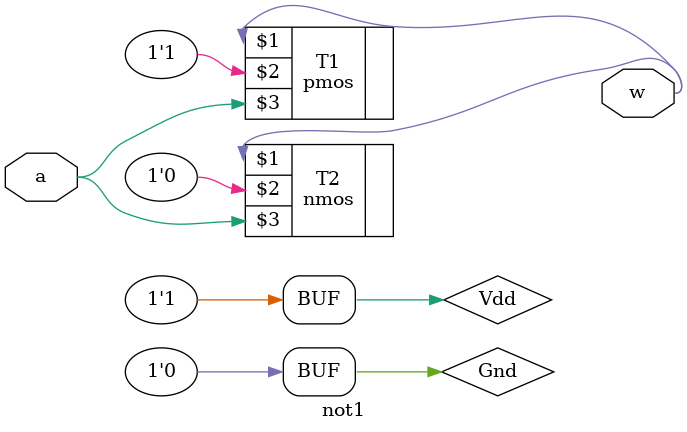
<source format=sv>
`timescale 1ns/1ns

module not1(input a, output w);
supply1 Vdd;
supply0 Gnd;

pmos #(5,6,7) T1 (w,Vdd,a);
nmos #(3,4,5) T2 (w,Gnd,a);
endmodule

</source>
